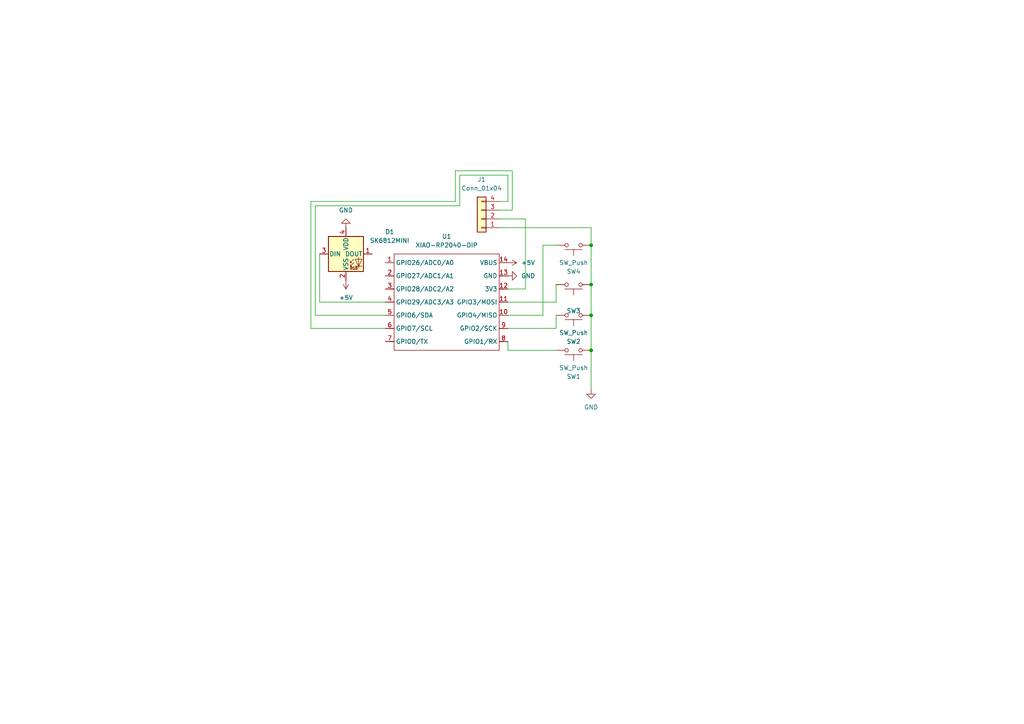
<source format=kicad_sch>
(kicad_sch (version 20250114) (generator "eeschema") (generator_version "9.0")
  (paper "A4")
  (lib_symbols
    (symbol "Connector_Generic:Conn_01x04" (pin_names (offset 1.016) (hide yes))
      (property "Reference" "J" (at 0 5.08 0))
      (property "Value" "Conn_01x04" (at 0 -7.62 0))
      (symbol "Conn_01x04_1_1"
        (rectangle (start -1.27 3.81) (end 1.27 -6.35) (stroke (width 0.254)) (fill (type background)))
        (rectangle (start -1.27 2.667) (end 0 2.413) (stroke (width 0.1524)))
        (rectangle (start -1.27 0.127) (end 0 -0.127) (stroke (width 0.1524)))
        (rectangle (start -1.27 -2.413) (end 0 -2.667) (stroke (width 0.1524)))
        (rectangle (start -1.27 -4.953) (end 0 -5.207) (stroke (width 0.1524)))
        (pin passive line (at -5.08 2.54 0) (length 3.81) (name "Pin_1") (number "1"))
        (pin passive line (at -5.08 0 0) (length 3.81) (name "Pin_2") (number "2"))
        (pin passive line (at -5.08 -2.54 0) (length 3.81) (name "Pin_3") (number "3"))
        (pin passive line (at -5.08 -5.08 0) (length 3.81) (name "Pin_4") (number "4"))
      )
    )
    (symbol "LED:SK6812MINI" (pin_names (offset 0.254))
      (property "Reference" "D" (at 5.08 5.715 0))
      (property "Value" "SK6812MINI" (at 1.27 -5.715 0))
      (symbol "SK6812MINI_0_0"
        (text "RGB" (at 2.286 -4.191 0) (effects (font (size 0.762 0.762))))
      )
      (symbol "SK6812MINI_0_1"
        (polyline (pts (xy 1.27 -2.54) (xy 1.778 -2.54)))
        (polyline (pts (xy 1.27 -3.556) (xy 1.778 -3.556)))
        (polyline (pts (xy 2.286 -1.524) (xy 1.27 -2.54) (xy 1.27 -2.032)))
        (polyline (pts (xy 2.286 -2.54) (xy 1.27 -3.556) (xy 1.27 -3.048)))
        (polyline (pts (xy 3.683 -1.016) (xy 3.683 -3.556) (xy 3.683 -4.064)))
        (polyline (pts (xy 4.699 -1.524) (xy 2.667 -1.524) (xy 3.683 -3.556) (xy 4.699 -1.524)))
        (polyline (pts (xy 4.699 -3.556) (xy 2.667 -3.556)))
        (rectangle (start 5.08 5.08) (end -5.08 -5.08) (stroke (width 0.254)) (fill (type background)))
      )
      (symbol "SK6812MINI_1_1"
        (pin input line (at -7.62 0 0) (length 2.54) (name "DIN") (number "3"))
        (pin power_in line (at 0 7.62 270) (length 2.54) (name "VDD") (number "4"))
        (pin power_in line (at 0 -7.62 90) (length 2.54) (name "VSS") (number "2"))
        (pin output line (at 7.62 0 180) (length 2.54) (name "DOUT") (number "1"))
      )
    )
    (symbol "OPL:XIAO-RP2040-DIP"
      (property "Reference" "U" (at 0 0 0))
      (property "Value" "XIAO-RP2040-DIP" (at 5.334 -1.778 0))
      (symbol "XIAO-RP2040-DIP_1_0"
        (polyline (pts (xy -1.27 -2.54) (xy 29.21 -2.54)) (stroke (width 0.1524)))
        (polyline (pts (xy -1.27 -5.08) (xy -2.54 -5.08)) (stroke (width 0.1524)))
        (polyline (pts (xy -1.27 -5.08) (xy -1.27 -2.54)) (stroke (width 0.1524)))
        (polyline (pts (xy -1.27 -8.89) (xy -2.54 -8.89)) (stroke (width 0.1524)))
        (polyline (pts (xy -1.27 -8.89) (xy -1.27 -5.08)) (stroke (width 0.1524)))
        (polyline (pts (xy -1.27 -12.7) (xy -2.54 -12.7)) (stroke (width 0.1524)))
        (polyline (pts (xy -1.27 -12.7) (xy -1.27 -8.89)) (stroke (width 0.1524)))
        (polyline (pts (xy -1.27 -16.51) (xy -2.54 -16.51)) (stroke (width 0.1524)))
        (polyline (pts (xy -1.27 -16.51) (xy -1.27 -12.7)) (stroke (width 0.1524)))
        (polyline (pts (xy -1.27 -20.32) (xy -2.54 -20.32)) (stroke (width 0.1524)))
        (polyline (pts (xy -1.27 -24.13) (xy -2.54 -24.13)) (stroke (width 0.1524)))
        (polyline (pts (xy -1.27 -27.94) (xy -2.54 -27.94)) (stroke (width 0.1524)))
        (polyline (pts (xy -1.27 -30.48) (xy -1.27 -16.51)) (stroke (width 0.1524)))
        (polyline (pts (xy 29.21 -2.54) (xy 29.21 -5.08)) (stroke (width 0.1524)))
        (polyline (pts (xy 29.21 -5.08) (xy 29.21 -8.89)) (stroke (width 0.1524)))
        (polyline (pts (xy 29.21 -8.89) (xy 29.21 -12.7)) (stroke (width 0.1524)))
        (polyline (pts (xy 29.21 -12.7) (xy 29.21 -30.48)) (stroke (width 0.1524)))
        (polyline (pts (xy 29.21 -30.48) (xy -1.27 -30.48)) (stroke (width 0.1524)))
        (polyline (pts (xy 30.48 -5.08) (xy 29.21 -5.08)) (stroke (width 0.1524)))
        (polyline (pts (xy 30.48 -8.89) (xy 29.21 -8.89)) (stroke (width 0.1524)))
        (polyline (pts (xy 30.48 -12.7) (xy 29.21 -12.7)) (stroke (width 0.1524)))
        (polyline (pts (xy 30.48 -16.51) (xy 29.21 -16.51)) (stroke (width 0.1524)))
        (polyline (pts (xy 30.48 -20.32) (xy 29.21 -20.32)) (stroke (width 0.1524)))
        (polyline (pts (xy 30.48 -24.13) (xy 29.21 -24.13)) (stroke (width 0.1524)))
        (polyline (pts (xy 30.48 -27.94) (xy 29.21 -27.94)) (stroke (width 0.1524)))
        (pin passive line (at -3.81 -5.08 0) (length 2.54) (name "GPIO26/ADC0/A0") (number "1"))
        (pin passive line (at -3.81 -8.89 0) (length 2.54) (name "GPIO27/ADC1/A1") (number "2"))
        (pin passive line (at -3.81 -12.7 0) (length 2.54) (name "GPIO28/ADC2/A2") (number "3"))
        (pin passive line (at -3.81 -16.51 0) (length 2.54) (name "GPIO29/ADC3/A3") (number "4"))
        (pin passive line (at -3.81 -20.32 0) (length 2.54) (name "GPIO6/SDA") (number "5"))
        (pin passive line (at -3.81 -24.13 0) (length 2.54) (name "GPIO7/SCL") (number "6"))
        (pin passive line (at -3.81 -27.94 0) (length 2.54) (name "GPIO0/TX") (number "7"))
        (pin passive line (at 31.75 -5.08 180) (length 2.54) (name "VBUS") (number "14"))
        (pin passive line (at 31.75 -8.89 180) (length 2.54) (name "GND") (number "13"))
        (pin passive line (at 31.75 -12.7 180) (length 2.54) (name "3V3") (number "12"))
        (pin passive line (at 31.75 -16.51 180) (length 2.54) (name "GPIO3/MOSI") (number "11"))
        (pin passive line (at 31.75 -20.32 180) (length 2.54) (name "GPIO4/MISO") (number "10"))
        (pin passive line (at 31.75 -24.13 180) (length 2.54) (name "GPIO2/SCK") (number "9"))
        (pin passive line (at 31.75 -27.94 180) (length 2.54) (name "GPIO1/RX") (number "8"))
      )
    )
    (symbol "Switch:SW_Push" (pin_numbers (hide yes)) (pin_names (offset 1.016) (hide yes))
      (property "Reference" "SW" (at 1.27 2.54 0))
      (property "Value" "SW_Push" (at 0 -1.524 0))
      (symbol "SW_Push_0_1"
        (circle (center -2.032 0) (radius 0.508))
        (polyline (pts (xy 0 1.27) (xy 0 3.048)))
        (circle (center 2.032 0) (radius 0.508))
        (polyline (pts (xy 2.54 1.27) (xy -2.54 1.27)))
        (pin passive line (at -5.08 0 0) (length 2.54) (name "1") (number "1"))
        (pin passive line (at 5.08 0 180) (length 2.54) (name "2") (number "2"))
      )
    )
    (symbol "power:+5V" (power) (pin_numbers (hide yes)) (pin_names (offset 0) (hide yes))
      (property "Value" "+5V" (at 0 3.556 0))
      (symbol "+5V_0_1"
        (polyline (pts (xy -0.762 1.27) (xy 0 2.54)))
        (polyline (pts (xy 0 2.54) (xy 0.762 1.27)))
        (polyline (pts (xy 0 0) (xy 0 2.54)))
      )
      (symbol "+5V_1_1"
        (pin power_in line (at 0 0 90) (length 0) (name "~") (number "1"))
      )
    )
    (symbol "power:GND" (power) (pin_numbers (hide yes)) (pin_names (offset 0) (hide yes))
      (property "Value" "GND" (at 0 -3.81 0))
      (symbol "GND_0_1"
        (polyline (pts (xy 0 0) (xy 0 -1.27) (xy 1.27 -1.27) (xy 0 -2.54) (xy -1.27 -1.27) (xy 0 -1.27)))
      )
      (symbol "GND_1_1"
        (pin power_in line (at 0 0 270) (length 0) (name "~") (number "1"))
      )
    )
  )
  (junction (at 171.45 91.44))
  (junction (at 171.45 71.12))
  (junction (at 171.45 101.6))
  (junction (at 171.45 82.55))
  (wire (pts (xy 147.32 101.6) (xy 147.32 99.06)))
  (wire (pts (xy 148.59 60.96) (xy 144.78 60.96)))
  (wire (pts (xy 161.29 71.12) (xy 157.48 71.12)))
  (wire (pts (xy 133.35 50.8) (xy 133.35 59.69)))
  (wire (pts (xy 148.59 49.53) (xy 148.59 60.96)))
  (wire (pts (xy 91.44 91.44) (xy 111.76 91.44)))
  (wire (pts (xy 171.45 66.04) (xy 144.78 66.04)))
  (wire (pts (xy 161.29 101.6) (xy 147.32 101.6)))
  (wire (pts (xy 161.29 82.55) (xy 161.29 87.63)))
  (wire (pts (xy 92.71 73.66) (xy 92.71 87.63)))
  (wire (pts (xy 152.4 83.82) (xy 147.32 83.82)))
  (wire (pts (xy 171.45 82.55) (xy 171.45 91.44)))
  (wire (pts (xy 161.29 87.63) (xy 147.32 87.63)))
  (wire (pts (xy 132.08 49.53) (xy 148.59 49.53)))
  (wire (pts (xy 111.76 95.25) (xy 90.17 95.25)))
  (wire (pts (xy 161.29 91.44) (xy 161.29 95.25)))
  (wire (pts (xy 171.45 66.04) (xy 171.45 71.12)))
  (wire (pts (xy 152.4 63.5) (xy 152.4 83.82)))
  (wire (pts (xy 147.32 50.8) (xy 133.35 50.8)))
  (wire (pts (xy 171.45 91.44) (xy 171.45 101.6)))
  (wire (pts (xy 133.35 59.69) (xy 91.44 59.69)))
  (wire (pts (xy 91.44 59.69) (xy 91.44 91.44)))
  (wire (pts (xy 92.71 87.63) (xy 111.76 87.63)))
  (wire (pts (xy 157.48 91.44) (xy 147.32 91.44)))
  (wire (pts (xy 171.45 71.12) (xy 171.45 82.55)))
  (wire (pts (xy 161.29 95.25) (xy 147.32 95.25)))
  (wire (pts (xy 132.08 58.42) (xy 132.08 49.53)))
  (wire (pts (xy 144.78 58.42) (xy 147.32 58.42)))
  (wire (pts (xy 144.78 63.5) (xy 152.4 63.5)))
  (wire (pts (xy 90.17 95.25) (xy 90.17 58.42)))
  (wire (pts (xy 157.48 71.12) (xy 157.48 91.44)))
  (wire (pts (xy 90.17 58.42) (xy 132.08 58.42)))
  (wire (pts (xy 147.32 58.42) (xy 147.32 50.8)))
  (wire (pts (xy 171.45 101.6) (xy 171.45 113.03)))
  (symbol (lib_id "power:GND") (at 171.45 113.03 0) (unit 1)
    (property "Reference" "#PWR03" (effects (hide yes)))
    (property "Value" "GND" (at 171.45 118.11 0))
    (property "Description" "Power symbol creates a global label with name \"GND\" , ground" (effects (hide yes)))
  )
  (symbol (lib_id "power:+5V") (at 147.32 76.2 270) (unit 1)
    (property "Reference" "#PWR02" (effects (hide yes)))
    (property "Value" "+5V" (at 151.13 76.1999 90) (effects (justify left)))
    (property "Description" "Power symbol creates a global label with name \"+5V\"" (effects (hide yes)))
  )
  (symbol (lib_id "LED:SK6812MINI") (at 100.33 73.66 0) (unit 1)
    (property "Reference" "D1" (at 113.03 67.2398 0))
    (property "Value" "SK6812MINI" (at 113.03 69.7798 0))
    (property "Footprint" "LED_SMD:LED_SK6812MINI_PLCC4_3.5x3.5mm_P1.75mm" (effects (hide yes)))
    (property "Datasheet" "https://cdn-shop.adafruit.com/product-files/2686/SK6812MINI_REV.01-1-2.pdf" (effects (hide yes)))
    (property "Description" "RGB LED with integrated controller" (effects (hide yes)))
  )
  (symbol (lib_id "power:GND") (at 147.32 80.01 90) (unit 1)
    (property "Reference" "#PWR01" (effects (hide yes)))
    (property "Value" "GND" (at 151.13 80.0099 90) (effects (justify right)))
    (property "Description" "Power symbol creates a global label with name \"GND\" , ground" (effects (hide yes)))
  )
  (symbol (lib_id "Connector_Generic:Conn_01x04") (at 139.7 63.5 180) (unit 1)
    (property "Reference" "J1" (at 139.7 52.07 0))
    (property "Value" "Conn_01x04" (at 139.7 54.61 0))
    (property "Footprint" "Connector_PinHeader_2.54mm:PinHeader_1x04_P2.54mm_Vertical" (effects (hide yes)))
    (property "Description" "Generic connector, single row, 01x04, script generated (kicad-library-utils/schlib/autogen/connector/)" (effects (hide yes)))
  )
  (symbol (lib_id "Switch:SW_Push") (at 166.37 91.44 180) (unit 1)
    (property "Reference" "SW2" (at 166.37 99.06 0))
    (property "Value" "SW_Push" (at 166.37 96.52 0))
    (property "Footprint" "Button_Switch_Keyboard:SW_Cherry_MX_1.00u_PCB" (effects (hide yes)))
    (property "Description" "Push button switch, generic, two pins" (effects (hide yes)))
  )
  (symbol (lib_id "OPL:XIAO-RP2040-DIP") (at 115.57 71.12 0) (unit 1)
    (property "Reference" "U1" (at 129.54 68.58 0))
    (property "Value" "XIAO-RP2040-DIP" (at 129.54 71.12 0))
    (property "Footprint" "OPL:XIAO-RP2040-DIP" (effects (hide yes)))
  )
  (symbol (lib_id "power:GND") (at 100.33 66.04 180) (unit 1)
    (property "Reference" "#PWR05" (effects (hide yes)))
    (property "Value" "GND" (at 100.33 60.96 0))
    (property "Description" "Power symbol creates a global label with name \"GND\" , ground" (effects (hide yes)))
  )
  (symbol (lib_id "Switch:SW_Push") (at 166.37 82.55 180) (unit 1)
    (property "Reference" "SW3" (at 166.37 90.17 0))
    (property "Value" "SW_Push" (effects (hide yes)))
    (property "Footprint" "Button_Switch_Keyboard:SW_Cherry_MX_1.00u_PCB" (effects (hide yes)))
    (property "Description" "Push button switch, generic, two pins" (effects (hide yes)))
  )
  (symbol (lib_id "Switch:SW_Push") (at 166.37 101.6 180) (unit 1)
    (property "Reference" "SW1" (at 166.37 109.22 0))
    (property "Value" "SW_Push" (at 166.37 106.68 0))
    (property "Footprint" "Button_Switch_Keyboard:SW_Cherry_MX_1.00u_PCB" (effects (hide yes)))
    (property "Description" "Push button switch, generic, two pins" (effects (hide yes)))
  )
  (symbol (lib_id "power:+5V") (at 100.33 81.28 180) (unit 1)
    (property "Reference" "#PWR04" (effects (hide yes)))
    (property "Value" "+5V" (at 100.33 86.36 0))
    (property "Description" "Power symbol creates a global label with name \"+5V\"" (effects (hide yes)))
  )
  (symbol (lib_id "Switch:SW_Push") (at 166.37 71.12 180) (unit 1)
    (property "Reference" "SW4" (at 166.37 78.74 0))
    (property "Value" "SW_Push" (at 166.37 76.2 0))
    (property "Footprint" "Button_Switch_Keyboard:SW_Cherry_MX_1.00u_PCB" (effects (hide yes)))
    (property "Description" "Push button switch, generic, two pins" (effects (hide yes)))
  )
)
</source>
